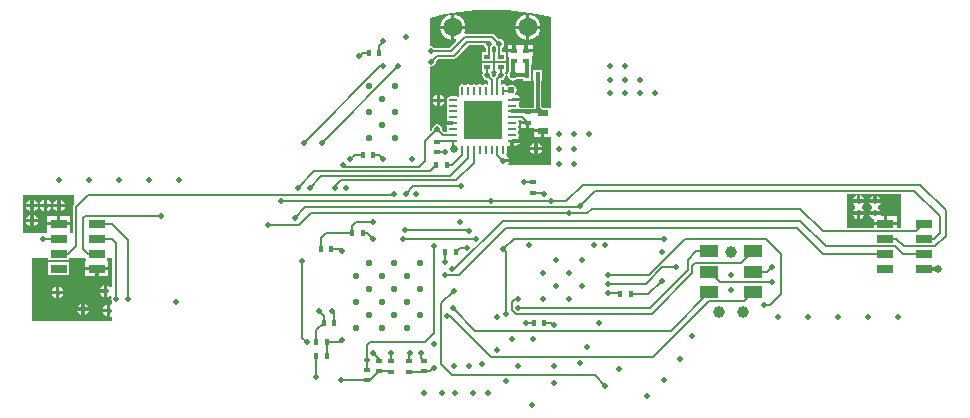
<source format=gbl>
G04 Layer_Physical_Order=4*
G04 Layer_Color=16711680*
%FSLAX24Y24*%
%MOIN*%
G70*
G01*
G75*
%ADD10R,0.0157X0.0236*%
%ADD14R,0.0354X0.0197*%
%ADD19R,0.0236X0.0157*%
%ADD41C,0.0080*%
%ADD42C,0.0120*%
%ADD46C,0.0630*%
%ADD47C,0.0390*%
%ADD48C,0.0200*%
%ADD49C,0.0217*%
%ADD50C,0.0197*%
%ADD51C,0.0260*%
%ADD52C,0.0240*%
%ADD53C,0.0315*%
%ADD54R,0.0579X0.0291*%
%ADD55O,0.0098X0.0315*%
%ADD56R,0.1299X0.1299*%
%ADD57O,0.0315X0.0098*%
%ADD58R,0.0630X0.0394*%
G36*
X-12650Y-1349D02*
X-12700Y-1364D01*
X-12706Y-1356D01*
X-12772Y-1312D01*
X-12790Y-1308D01*
Y-1500D01*
Y-1692D01*
X-12772Y-1688D01*
X-12716Y-1651D01*
X-12673Y-1660D01*
X-12660Y-1666D01*
X-12651Y-1688D01*
X-12663Y-1750D01*
X-12651Y-1812D01*
X-12650Y-1813D01*
Y-1921D01*
X-12690Y-1949D01*
Y-2150D01*
Y-2351D01*
X-12650Y-2379D01*
Y-2500D01*
X-15300D01*
Y-400D01*
X-14765D01*
Y-456D01*
X-14066D01*
Y-400D01*
X-13529D01*
X-13494Y-435D01*
Y-454D01*
X-13494Y-456D01*
X-13497Y-504D01*
X-13534D01*
Y-690D01*
X-12755D01*
Y-504D01*
X-12792D01*
X-12795Y-456D01*
X-12795Y-454D01*
Y-400D01*
X-12650D01*
Y-1349D01*
D02*
G37*
G36*
X515Y7861D02*
X1028Y7810D01*
X1537Y7726D01*
X2000Y7618D01*
Y4611D01*
X1957Y4594D01*
Y4594D01*
X1735D01*
X1670Y4659D01*
Y5512D01*
X1686D01*
Y5868D01*
X1408D01*
Y5512D01*
X1425D01*
Y4608D01*
X1424Y4608D01*
X950D01*
X919Y4658D01*
X924Y4682D01*
X915Y4725D01*
X912Y4730D01*
X920Y4771D01*
X952Y4819D01*
X704D01*
Y4939D01*
X952D01*
X920Y4987D01*
X871Y5020D01*
X833Y5027D01*
X813Y5074D01*
X813Y5081D01*
X840Y5120D01*
X854Y5190D01*
X840Y5260D01*
X800Y5320D01*
X740Y5360D01*
X670Y5374D01*
X600Y5360D01*
X561Y5334D01*
X553Y5332D01*
X505Y5342D01*
X498Y5346D01*
X488Y5361D01*
X452Y5385D01*
X409Y5394D01*
X366Y5385D01*
X364Y5384D01*
X314Y5411D01*
Y5522D01*
X320Y5527D01*
X382Y5539D01*
X435Y5575D01*
X471Y5628D01*
X483Y5690D01*
X471Y5752D01*
X456Y5774D01*
X483Y5824D01*
X498D01*
Y6102D01*
X142D01*
Y5824D01*
X157D01*
X184Y5774D01*
X169Y5752D01*
X157Y5690D01*
X160Y5674D01*
X140Y5654D01*
X131Y5641D01*
X124Y5637D01*
X77Y5632D01*
X71Y5634D01*
X30Y5674D01*
X33Y5690D01*
X21Y5752D01*
X6Y5774D01*
X33Y5824D01*
X48D01*
Y6102D01*
X-308D01*
Y5824D01*
X-293D01*
X-266Y5774D01*
X-281Y5752D01*
X-293Y5690D01*
X-281Y5628D01*
X-245Y5575D01*
X-192Y5539D01*
X-130Y5527D01*
X-126Y5528D01*
X-87Y5493D01*
Y5411D01*
X-137Y5384D01*
X-139Y5385D01*
X-182Y5394D01*
X-224Y5385D01*
X-246Y5371D01*
X-280Y5365D01*
X-314Y5371D01*
X-336Y5385D01*
X-378Y5394D01*
X-421Y5385D01*
X-443Y5371D01*
X-477Y5365D01*
X-511Y5371D01*
X-533Y5385D01*
X-575Y5394D01*
X-618Y5385D01*
X-640Y5371D01*
X-674Y5365D01*
X-708Y5371D01*
X-730Y5385D01*
X-772Y5394D01*
X-815Y5385D01*
X-837Y5371D01*
X-871Y5365D01*
X-905Y5371D01*
X-926Y5385D01*
X-969Y5394D01*
X-1012Y5385D01*
X-1048Y5361D01*
X-1072Y5325D01*
X-1080Y5283D01*
Y5066D01*
X-1072Y5023D01*
X-1061Y5007D01*
X-1097Y4971D01*
X-1113Y4982D01*
X-1156Y4990D01*
X-1373D01*
X-1415Y4982D01*
X-1451Y4958D01*
X-1475Y4922D01*
X-1484Y4879D01*
X-1475Y4836D01*
X-1461Y4815D01*
X-1455Y4781D01*
X-1461Y4747D01*
X-1475Y4725D01*
X-1484Y4682D01*
X-1475Y4640D01*
X-1461Y4618D01*
X-1455Y4584D01*
X-1461Y4550D01*
X-1475Y4528D01*
X-1484Y4485D01*
X-1475Y4443D01*
X-1461Y4421D01*
X-1455Y4387D01*
X-1461Y4353D01*
X-1475Y4331D01*
X-1484Y4288D01*
X-1475Y4246D01*
X-1472Y4241D01*
X-1480Y4199D01*
X-1512Y4152D01*
X-1264D01*
Y4032D01*
X-1512D01*
X-1480Y3984D01*
X-1472Y3943D01*
X-1475Y3937D01*
X-1484Y3895D01*
X-1475Y3852D01*
X-1474Y3850D01*
X-1501Y3800D01*
X-1556D01*
X-1640Y3884D01*
X-1637Y3900D01*
X-1649Y3962D01*
X-1685Y4015D01*
X-1738Y4051D01*
X-1800Y4063D01*
X-1862Y4051D01*
X-1915Y4015D01*
X-1951Y3962D01*
X-1963Y3900D01*
X-1960Y3884D01*
X-2004Y3840D01*
X-2050Y3860D01*
Y5957D01*
X-2011Y5989D01*
X-2000Y5987D01*
X-1938Y5999D01*
X-1885Y6035D01*
X-1849Y6088D01*
X-1837Y6150D01*
X-1840Y6166D01*
X-1758Y6248D01*
X-1245D01*
X-1206Y6256D01*
X-1173Y6278D01*
X-753Y6698D01*
X-235D01*
X-231Y6678D01*
X-195Y6625D01*
X-182Y6616D01*
Y6456D01*
X-308D01*
Y6178D01*
X48D01*
Y6456D01*
X22D01*
Y6616D01*
X35Y6625D01*
X69Y6675D01*
X90Y6678D01*
X100D01*
X121Y6675D01*
X155Y6625D01*
X168Y6616D01*
Y6456D01*
X142D01*
Y6178D01*
X498D01*
Y6456D01*
X372D01*
Y6616D01*
X385Y6625D01*
X421Y6678D01*
X433Y6740D01*
X421Y6802D01*
X385Y6855D01*
X332Y6891D01*
X270Y6903D01*
X245Y6898D01*
X92Y7052D01*
X58Y7074D01*
X19Y7082D01*
X-863D01*
X-880Y7098D01*
X-898Y7127D01*
X-876Y7182D01*
X-869Y7230D01*
X-1220D01*
Y6879D01*
X-1180Y6885D01*
X-1164Y6865D01*
X-1155Y6840D01*
X-1392Y6602D01*
X-1880D01*
X-1889Y6615D01*
X-1942Y6651D01*
X-2005Y6663D01*
X-2011Y6662D01*
X-2050Y6694D01*
Y7606D01*
X-2039Y7609D01*
X-1537Y7726D01*
X-1028Y7810D01*
X-515Y7861D01*
X0Y7877D01*
X515Y7861D01*
D02*
G37*
G36*
X-13900Y1394D02*
X-13922Y1372D01*
X-13944Y1339D01*
X-13952Y1300D01*
Y450D01*
X-14018D01*
X-14023Y456D01*
X-14026Y504D01*
X-14026D01*
Y690D01*
X-14805D01*
Y504D01*
X-14805D01*
X-14809Y456D01*
X-14814Y450D01*
X-15600D01*
Y1700D01*
X-13900D01*
Y1394D01*
D02*
G37*
G36*
X13650Y602D02*
X13534D01*
Y690D01*
X12755D01*
Y602D01*
X11850D01*
Y1748D01*
X12216D01*
X12216Y1748D01*
X12284D01*
X12284Y1748D01*
X12766D01*
X12766Y1748D01*
X12834D01*
X12834Y1748D01*
X13650D01*
Y602D01*
D02*
G37*
G36*
X1002Y4173D02*
X1220D01*
Y4113D01*
X1280D01*
Y3934D01*
X1438Y3934D01*
X1441Y3905D01*
X1720D01*
Y3845D01*
X1780D01*
Y3646D01*
X1997Y3646D01*
X2000Y3597D01*
Y2700D01*
X600D01*
X574Y2750D01*
X588Y2772D01*
X592Y2790D01*
X400D01*
Y2910D01*
X592D01*
X588Y2928D01*
X544Y2994D01*
X521Y3010D01*
X512Y3055D01*
X520Y3097D01*
Y3314D01*
X520Y3317D01*
X563Y3355D01*
X596Y3349D01*
X644D01*
Y3501D01*
X704D01*
Y3561D01*
X952D01*
X920Y3609D01*
X912Y3650D01*
X915Y3655D01*
X924Y3698D01*
X915Y3740D01*
X891Y3777D01*
Y3816D01*
X915Y3852D01*
X924Y3895D01*
X915Y3937D01*
X891Y3973D01*
Y4013D01*
X915Y4049D01*
X924Y4092D01*
X915Y4134D01*
X912Y4139D01*
X913Y4147D01*
X941Y4186D01*
X1002D01*
Y4173D01*
D02*
G37*
%LPC*%
G36*
X13534Y996D02*
X13204D01*
Y810D01*
X13534D01*
Y996D01*
D02*
G37*
G36*
X12190Y1040D02*
X12058D01*
X12062Y1022D01*
X12106Y956D01*
X12172Y912D01*
X12190Y908D01*
Y1040D01*
D02*
G37*
G36*
X12442D02*
X12310D01*
Y908D01*
X12328Y912D01*
X12394Y956D01*
X12438Y1022D01*
X12442Y1040D01*
D02*
G37*
G36*
X12997D02*
X12608D01*
X12612Y1022D01*
X12656Y956D01*
X12722Y912D01*
X12755Y905D01*
Y810D01*
X13084D01*
Y996D01*
X13026D01*
X12997Y1040D01*
D02*
G37*
G36*
X-14476Y996D02*
X-14805D01*
Y810D01*
X-14476D01*
Y996D01*
D02*
G37*
G36*
X-14026D02*
X-14356D01*
Y810D01*
X-14026D01*
Y996D01*
D02*
G37*
G36*
X-12810Y-2210D02*
X-12942D01*
X-12938Y-2228D01*
X-12894Y-2294D01*
X-12828Y-2338D01*
X-12810Y-2342D01*
Y-2210D01*
D02*
G37*
G36*
X-15360Y1042D02*
X-15378Y1038D01*
X-15444Y994D01*
X-15488Y928D01*
X-15492Y910D01*
X-15360D01*
Y1042D01*
D02*
G37*
G36*
X-14658Y1290D02*
X-14790D01*
Y1158D01*
X-14772Y1162D01*
X-14706Y1206D01*
X-14662Y1272D01*
X-14658Y1290D01*
D02*
G37*
G36*
X-14460D02*
X-14592D01*
X-14588Y1272D01*
X-14544Y1206D01*
X-14478Y1162D01*
X-14460Y1158D01*
Y1290D01*
D02*
G37*
G36*
X-14208D02*
X-14340D01*
Y1158D01*
X-14322Y1162D01*
X-14256Y1206D01*
X-14212Y1272D01*
X-14208Y1290D01*
D02*
G37*
G36*
X-14910D02*
X-15042D01*
X-15038Y1272D01*
X-14994Y1206D01*
X-14928Y1162D01*
X-14910Y1158D01*
Y1290D01*
D02*
G37*
G36*
X-15240Y1042D02*
Y910D01*
X-15108D01*
X-15112Y928D01*
X-15156Y994D01*
X-15222Y1038D01*
X-15240Y1042D01*
D02*
G37*
G36*
X-15360Y1290D02*
X-15492D01*
X-15488Y1272D01*
X-15444Y1206D01*
X-15378Y1162D01*
X-15360Y1158D01*
Y1290D01*
D02*
G37*
G36*
X-15108D02*
X-15240D01*
Y1158D01*
X-15222Y1162D01*
X-15156Y1206D01*
X-15112Y1272D01*
X-15108Y1290D01*
D02*
G37*
G36*
Y790D02*
X-15240D01*
Y658D01*
X-15222Y662D01*
X-15156Y706D01*
X-15112Y772D01*
X-15108Y790D01*
D02*
G37*
G36*
X-13660Y-1908D02*
X-13678Y-1912D01*
X-13744Y-1956D01*
X-13788Y-2022D01*
X-13792Y-2040D01*
X-13660D01*
Y-1908D01*
D02*
G37*
G36*
X-14510Y-1358D02*
X-14528Y-1362D01*
X-14594Y-1406D01*
X-14638Y-1472D01*
X-14642Y-1490D01*
X-14510D01*
Y-1358D01*
D02*
G37*
G36*
X-14390D02*
Y-1490D01*
X-14258D01*
X-14262Y-1472D01*
X-14306Y-1406D01*
X-14372Y-1362D01*
X-14390Y-1358D01*
D02*
G37*
G36*
X-12910Y-1560D02*
X-13042D01*
X-13038Y-1578D01*
X-12994Y-1644D01*
X-12928Y-1688D01*
X-12910Y-1692D01*
Y-1560D01*
D02*
G37*
G36*
X-13540Y-1908D02*
Y-2040D01*
X-13408D01*
X-13412Y-2022D01*
X-13456Y-1956D01*
X-13522Y-1912D01*
X-13540Y-1908D01*
D02*
G37*
G36*
X-14510Y-1610D02*
X-14642D01*
X-14638Y-1628D01*
X-14594Y-1694D01*
X-14528Y-1738D01*
X-14510Y-1742D01*
Y-1610D01*
D02*
G37*
G36*
X-14258D02*
X-14390D01*
Y-1742D01*
X-14372Y-1738D01*
X-14306Y-1694D01*
X-14262Y-1628D01*
X-14258Y-1610D01*
D02*
G37*
G36*
X-12910Y-1308D02*
X-12928Y-1312D01*
X-12994Y-1356D01*
X-13038Y-1422D01*
X-13042Y-1440D01*
X-12910D01*
Y-1308D01*
D02*
G37*
G36*
X-13408Y-2160D02*
X-13540D01*
Y-2292D01*
X-13522Y-2288D01*
X-13456Y-2244D01*
X-13412Y-2178D01*
X-13408Y-2160D01*
D02*
G37*
G36*
X-13660D02*
X-13792D01*
X-13788Y-2178D01*
X-13744Y-2244D01*
X-13678Y-2288D01*
X-13660Y-2292D01*
Y-2160D01*
D02*
G37*
G36*
X-15360Y790D02*
X-15492D01*
X-15488Y772D01*
X-15444Y706D01*
X-15378Y662D01*
X-15360Y658D01*
Y790D01*
D02*
G37*
G36*
X-12810Y-1958D02*
X-12828Y-1962D01*
X-12894Y-2006D01*
X-12938Y-2072D01*
X-12942Y-2090D01*
X-12810D01*
Y-1958D01*
D02*
G37*
G36*
X-13204Y-810D02*
X-13534D01*
Y-996D01*
X-13204D01*
Y-810D01*
D02*
G37*
G36*
X-12755D02*
X-13084D01*
Y-996D01*
X-12755D01*
Y-810D01*
D02*
G37*
G36*
X-14066Y-544D02*
X-14765D01*
Y-956D01*
X-14066D01*
Y-544D01*
D02*
G37*
G36*
X-1690Y5042D02*
Y4910D01*
X-1558D01*
X-1562Y4928D01*
X-1606Y4994D01*
X-1672Y5038D01*
X-1690Y5042D01*
D02*
G37*
G36*
X-1810D02*
X-1828Y5038D01*
X-1894Y4994D01*
X-1938Y4928D01*
X-1942Y4910D01*
X-1810D01*
Y5042D01*
D02*
G37*
G36*
X710Y6696D02*
X552D01*
Y6577D01*
X710D01*
Y6696D01*
D02*
G37*
G36*
X1110D02*
X830D01*
Y6517D01*
X770D01*
Y6457D01*
X552D01*
Y6338D01*
X560D01*
X592Y6302D01*
X592Y6288D01*
Y6024D01*
X598D01*
Y5825D01*
X590Y5820D01*
X550Y5760D01*
X536Y5690D01*
X550Y5620D01*
X590Y5560D01*
X650Y5520D01*
X720Y5506D01*
X790Y5520D01*
X850Y5560D01*
X855Y5568D01*
X1054D01*
Y5512D01*
X1332D01*
Y5868D01*
X1315D01*
Y6024D01*
X1348D01*
Y6288D01*
X1348Y6302D01*
X1380Y6338D01*
X1388D01*
Y6457D01*
X1170D01*
Y6517D01*
X1110D01*
Y6696D01*
D02*
G37*
G36*
X1160Y4053D02*
X1002D01*
Y3934D01*
X1160D01*
Y4053D01*
D02*
G37*
G36*
X1660Y3785D02*
X1443D01*
Y3646D01*
X1660D01*
Y3785D01*
D02*
G37*
G36*
X-1558Y4790D02*
X-1690D01*
Y4658D01*
X-1672Y4662D01*
X-1606Y4706D01*
X-1562Y4772D01*
X-1558Y4790D01*
D02*
G37*
G36*
X-1810D02*
X-1942D01*
X-1938Y4772D01*
X-1894Y4706D01*
X-1828Y4662D01*
X-1810Y4658D01*
Y4790D01*
D02*
G37*
G36*
X-1220Y7701D02*
Y7350D01*
X-869D01*
X-876Y7398D01*
X-918Y7499D01*
X-984Y7586D01*
X-1071Y7652D01*
X-1172Y7694D01*
X-1220Y7701D01*
D02*
G37*
G36*
X-1340D02*
X-1388Y7694D01*
X-1489Y7652D01*
X-1576Y7586D01*
X-1642Y7499D01*
X-1684Y7398D01*
X-1691Y7350D01*
X-1340D01*
Y7701D01*
D02*
G37*
G36*
X1280D02*
Y7350D01*
X1631D01*
X1624Y7398D01*
X1582Y7499D01*
X1516Y7586D01*
X1429Y7652D01*
X1328Y7694D01*
X1280Y7701D01*
D02*
G37*
G36*
X1160D02*
X1112Y7694D01*
X1011Y7652D01*
X924Y7586D01*
X858Y7499D01*
X816Y7398D01*
X809Y7350D01*
X1160D01*
Y7701D01*
D02*
G37*
G36*
X-1340Y7230D02*
X-1691D01*
X-1684Y7182D01*
X-1642Y7081D01*
X-1576Y6994D01*
X-1489Y6928D01*
X-1388Y6886D01*
X-1340Y6879D01*
Y7230D01*
D02*
G37*
G36*
X1388Y6696D02*
X1230D01*
Y6577D01*
X1388D01*
Y6696D01*
D02*
G37*
G36*
X1631Y7230D02*
X1280D01*
Y6879D01*
X1328Y6886D01*
X1429Y6928D01*
X1516Y6994D01*
X1582Y7081D01*
X1624Y7182D01*
X1631Y7230D01*
D02*
G37*
G36*
X1160D02*
X809D01*
X816Y7182D01*
X858Y7081D01*
X924Y6994D01*
X1011Y6928D01*
X1112Y6886D01*
X1160Y6879D01*
Y7230D01*
D02*
G37*
G36*
X952Y3441D02*
X764D01*
Y3349D01*
X813D01*
X871Y3360D01*
X920Y3393D01*
X952Y3441D01*
D02*
G37*
G36*
X-14790Y1542D02*
Y1410D01*
X-14658D01*
X-14662Y1428D01*
X-14706Y1494D01*
X-14772Y1538D01*
X-14790Y1542D01*
D02*
G37*
G36*
X-14910D02*
X-14928Y1538D01*
X-14994Y1494D01*
X-15038Y1428D01*
X-15042Y1410D01*
X-14910D01*
Y1542D01*
D02*
G37*
G36*
X-14340D02*
Y1410D01*
X-14208D01*
X-14212Y1428D01*
X-14256Y1494D01*
X-14322Y1538D01*
X-14340Y1542D01*
D02*
G37*
G36*
X-14460D02*
X-14478Y1538D01*
X-14544Y1494D01*
X-14588Y1428D01*
X-14592Y1410D01*
X-14460D01*
Y1542D01*
D02*
G37*
G36*
X12992Y1440D02*
X12608D01*
X12612Y1422D01*
X12656Y1356D01*
X12694Y1330D01*
Y1270D01*
X12656Y1244D01*
X12612Y1178D01*
X12608Y1160D01*
X12992D01*
X12988Y1178D01*
X12944Y1244D01*
X12906Y1270D01*
Y1330D01*
X12944Y1356D01*
X12988Y1422D01*
X12992Y1440D01*
D02*
G37*
G36*
X12442D02*
X12058D01*
X12062Y1422D01*
X12106Y1356D01*
X12144Y1330D01*
Y1270D01*
X12106Y1244D01*
X12062Y1178D01*
X12058Y1160D01*
X12442D01*
X12438Y1178D01*
X12394Y1244D01*
X12356Y1270D01*
Y1330D01*
X12394Y1356D01*
X12438Y1422D01*
X12442Y1440D01*
D02*
G37*
G36*
X-15240Y1542D02*
Y1410D01*
X-15108D01*
X-15112Y1428D01*
X-15156Y1494D01*
X-15222Y1538D01*
X-15240Y1542D01*
D02*
G37*
G36*
X-15360D02*
X-15378Y1538D01*
X-15444Y1494D01*
X-15488Y1428D01*
X-15492Y1410D01*
X-15360D01*
Y1542D01*
D02*
G37*
G36*
X1692Y3190D02*
X1560D01*
Y3058D01*
X1578Y3062D01*
X1644Y3106D01*
X1688Y3172D01*
X1692Y3190D01*
D02*
G37*
G36*
X1440D02*
X1308D01*
X1312Y3172D01*
X1356Y3106D01*
X1422Y3062D01*
X1440Y3058D01*
Y3190D01*
D02*
G37*
G36*
X1560Y3442D02*
Y3310D01*
X1692D01*
X1688Y3328D01*
X1644Y3394D01*
X1578Y3438D01*
X1560Y3442D01*
D02*
G37*
G36*
X1440D02*
X1422Y3438D01*
X1356Y3394D01*
X1312Y3328D01*
X1308Y3310D01*
X1440D01*
Y3442D01*
D02*
G37*
G36*
X12310Y1692D02*
Y1560D01*
X12442D01*
X12438Y1578D01*
X12394Y1644D01*
X12328Y1688D01*
X12310Y1692D01*
D02*
G37*
G36*
X12190D02*
X12172Y1688D01*
X12106Y1644D01*
X12062Y1578D01*
X12058Y1560D01*
X12190D01*
Y1692D01*
D02*
G37*
G36*
X12860D02*
Y1560D01*
X12992D01*
X12988Y1578D01*
X12944Y1644D01*
X12878Y1688D01*
X12860Y1692D01*
D02*
G37*
G36*
X12740D02*
X12722Y1688D01*
X12656Y1644D01*
X12612Y1578D01*
X12608Y1560D01*
X12740D01*
Y1692D01*
D02*
G37*
%LPD*%
D10*
X-1527Y-200D02*
D03*
X-1173D02*
D03*
X-4273Y450D02*
D03*
X-4627D02*
D03*
X-4277Y3050D02*
D03*
X-3923D02*
D03*
X-4077Y6450D02*
D03*
X-3723D02*
D03*
X1547Y5690D02*
D03*
X1193D02*
D03*
X-1473Y2700D02*
D03*
X-1827D02*
D03*
X4293Y-1610D02*
D03*
X4647D02*
D03*
X1777Y-2550D02*
D03*
X1423D02*
D03*
X-5223D02*
D03*
X-5577D02*
D03*
X-5473Y-3200D02*
D03*
X-5827D02*
D03*
Y-3650D02*
D03*
X-5473D02*
D03*
X-5323Y-100D02*
D03*
X-5677D02*
D03*
D14*
X1720Y4435D02*
D03*
Y3845D02*
D03*
D19*
X770Y6517D02*
D03*
Y6163D02*
D03*
X320Y6317D02*
D03*
Y5963D02*
D03*
X-130Y6317D02*
D03*
Y5963D02*
D03*
X1170Y6163D02*
D03*
Y6517D02*
D03*
X1220Y4467D02*
D03*
Y4113D02*
D03*
X-1800Y3477D02*
D03*
Y3123D02*
D03*
X1400Y2127D02*
D03*
Y1773D02*
D03*
X-4150Y-4123D02*
D03*
Y-4477D02*
D03*
X-3750Y-3823D02*
D03*
Y-4177D02*
D03*
X-3327Y-3829D02*
D03*
Y-4184D02*
D03*
X-2727Y-3829D02*
D03*
Y-4184D02*
D03*
X-2250Y-3823D02*
D03*
Y-4177D02*
D03*
D41*
X9100Y-1950D02*
X9300D01*
X9650Y-1600D01*
Y-250D01*
X9150Y250D02*
X9650Y-250D01*
X6450Y250D02*
X9150D01*
X5250Y-950D02*
X6450Y250D01*
X3900Y-950D02*
X5250D01*
X5700Y-700D02*
X6150D01*
X5150Y-1250D02*
X5700Y-700D01*
X3900Y-1250D02*
X5150D01*
X-13600Y950D02*
X-13550Y1000D01*
X-11000D01*
X-2027Y-4177D02*
X-1900Y-4050D01*
X-2250Y-4177D02*
X-2027D01*
X-5650Y3450D02*
X-3100Y6000D01*
X-6250Y3450D02*
X-6244D01*
X-3694Y6000D01*
X-3600D01*
X-7000Y1500D02*
X0D01*
X2000D01*
X13144Y250D02*
X13500D01*
X13750Y0D01*
X14800D01*
X15150Y350D01*
Y1200D01*
X2000Y1500D02*
X2500D01*
X3050Y2050D01*
X14300D01*
X15150Y1200D01*
X-13850Y1300D02*
X-13450Y1700D01*
X-13850Y0D02*
Y1300D01*
X-13450Y1700D02*
X-3300D01*
X400Y-100D02*
X750Y250D01*
X-1159Y2200D02*
X-575Y2784D01*
Y3206D01*
X212Y3038D02*
X400Y2850D01*
X212Y3038D02*
Y3206D01*
X1044Y4288D02*
X1220Y4113D01*
X704Y4288D02*
X1044D01*
X5240Y-1610D02*
X5700Y-1150D01*
X4647Y-1610D02*
X5240D01*
X-5500Y450D02*
X-4627D01*
X-5677Y273D02*
X-5500Y450D01*
X-5677Y-100D02*
Y273D01*
X-1900Y-2900D02*
Y0D01*
X-2200Y-3200D02*
X-1900Y-2900D01*
X-4050Y-3200D02*
X-2200D01*
X-4150Y-3300D02*
X-4050Y-3200D01*
X-4150Y-3800D02*
Y-3300D01*
X14166Y500D02*
X14416Y750D01*
Y250D02*
X14750D01*
X14950Y450D01*
Y1000D01*
X13721Y-250D02*
X14416D01*
X13475Y-4D02*
X13721Y-250D01*
X11154Y-4D02*
X13475D01*
X10300Y850D02*
X11154Y-4D01*
X11050Y-250D02*
X13144D01*
X10200Y600D02*
X11050Y-250D01*
X3200Y1100D02*
X3350Y1250D01*
X2606Y1100D02*
X3200D01*
X750Y250D02*
X5750D01*
X800Y-1750D02*
X900D01*
X700Y-1850D02*
X800Y-1750D01*
X700Y-2133D02*
Y-1850D01*
Y-2133D02*
X817Y-2250D01*
X900Y-2050D02*
X5300D01*
X-1660Y-1910D02*
X-1250Y-1500D01*
X400Y-100D02*
X500Y-200D01*
Y-2250D02*
Y-200D01*
X-14100Y-250D02*
X-13850Y0D01*
X-13600Y-100D02*
Y950D01*
Y-100D02*
X-13450Y-250D01*
X-14416D02*
X-14100D01*
X-13450D02*
X-13144D01*
X-12650Y750D02*
X-12100Y200D01*
Y-1750D02*
Y200D01*
X-12650Y250D02*
X-12500Y100D01*
Y-1750D02*
Y100D01*
X-13144Y250D02*
X-12650D01*
X-13144Y750D02*
X-12650D01*
X-14950Y250D02*
X-14416D01*
X-6300Y-3050D02*
X-6150Y-3200D01*
X-6300Y-3050D02*
Y-500D01*
X-6200Y1300D02*
X2900D01*
X-6550Y950D02*
X-6200Y1300D01*
X-6000Y1100D02*
X2606D01*
X-6400Y700D02*
X-6000Y1100D01*
X-7450Y700D02*
X-6400D01*
X-4950Y2650D02*
X-2400D01*
X-6450Y1950D02*
X-5900Y2500D01*
X-2027D01*
X-6050Y1950D02*
X-5660Y2340D01*
X-5200Y1950D02*
Y2000D01*
X-5000Y2200D01*
X-772Y2928D02*
Y3206D01*
X-1360Y2340D02*
X-772Y2928D01*
X-5660Y2340D02*
X-1360D01*
X-5000Y2200D02*
X-1159D01*
X-2400Y2650D02*
X-2200Y2850D01*
Y3500D01*
X-1800Y3900D01*
X-2027Y2500D02*
X-1827Y2700D01*
X-1473D02*
X-1297D01*
X-2600Y2000D02*
X-1000D01*
X-1773Y3150D02*
X-1550D01*
X-1800Y3123D02*
X-1773Y3150D01*
X-1776Y3501D02*
X-1264D01*
X-1800Y3477D02*
X-1776Y3501D01*
X-1264Y3264D02*
X-1250Y3250D01*
X-1264Y3264D02*
Y3501D01*
X-1800Y3900D02*
X-1598Y3698D01*
X-1264D01*
X-3300Y1700D02*
X-3250Y1750D01*
X-2850D02*
X-2600Y2000D01*
X383Y850D02*
X10300D01*
X500Y600D02*
X10200D01*
X-1060Y-960D02*
X500Y600D01*
X-1525Y-960D02*
X-1060D01*
X-1528Y-958D02*
X-1525Y-960D01*
X-1227Y-760D02*
X383Y850D01*
X-1310Y-760D02*
X-1227D01*
X-1023Y-50D02*
X-800D01*
X-1173Y-200D02*
X-1023Y-50D01*
X-1532Y-205D02*
X-1527Y-200D01*
X-1532Y-540D02*
Y-205D01*
X-2944Y244D02*
X-2939Y250D01*
X-500D01*
X1727Y1773D02*
X1750Y1750D01*
X1400Y1773D02*
X1727D01*
X1392Y2135D02*
X1400Y2127D01*
X1113Y2135D02*
X1392D01*
X-2257Y-4184D02*
X-2250Y-4177D01*
X-2727Y-4184D02*
X-2257D01*
X-3333Y-4177D02*
X-3327Y-4184D01*
X-3750Y-4177D02*
X-3333D01*
X-4150Y-4477D02*
X-4050D01*
X-3750Y-4177D01*
X-5000Y-4450D02*
X-4973Y-4477D01*
X-4150D01*
X-3750Y-3823D02*
Y-3750D01*
X-3950Y-3550D02*
X-3750Y-3750D01*
X-4150Y-4123D02*
Y-3800D01*
X-2350Y-3723D02*
X-2250Y-3823D01*
X-2350Y-3723D02*
Y-3550D01*
X-2727Y-3829D02*
Y-3577D01*
X-2700Y-3550D01*
X-3335Y-3821D02*
X-3327Y-3829D01*
X-3335Y-3821D02*
Y-3550D01*
X-770Y520D02*
X-750Y500D01*
X-2860Y520D02*
X-770D01*
X-4500Y800D02*
X-3930D01*
X-4627Y673D02*
X-4500Y800D01*
X-4627Y450D02*
Y673D01*
X-4137Y450D02*
X-3929Y241D01*
X-4273Y450D02*
X-4137D01*
X-5040Y-100D02*
X-4982Y-158D01*
X-5323Y-100D02*
X-5040D01*
X-140Y6800D02*
X-80Y6740D01*
X-795Y6800D02*
X-140D01*
X-1245Y6350D02*
X-795Y6800D01*
X-870Y6980D02*
X19D01*
X-1800Y6350D02*
X-1245D01*
X-2000Y6150D02*
X-1800Y6350D01*
X-2005Y6500D02*
X-1350D01*
X-870Y6980D01*
X270Y6367D02*
Y6740D01*
X19Y6980D02*
X259Y6740D01*
X270Y6367D02*
X320Y6317D01*
X-80Y6367D02*
Y6740D01*
X-130Y6317D02*
X-80Y6367D01*
X-5310Y-2160D02*
X-5223Y-2247D01*
Y-2550D02*
Y-2247D01*
X-5473Y-3650D02*
Y-3200D01*
X-5044D01*
X-4982Y-3138D01*
X320Y5690D02*
Y5963D01*
X-130Y5690D02*
Y5963D01*
X212Y5582D02*
X320Y5690D01*
X212Y5174D02*
Y5582D01*
X-130Y5690D02*
X15Y5545D01*
Y5174D02*
Y5545D01*
X409Y5174D02*
X654D01*
X670Y5190D01*
X-969Y3028D02*
Y3206D01*
X-1297Y2700D02*
X-969Y3028D01*
X-3750Y3050D02*
X-3600Y2900D01*
X-3923Y3050D02*
X-3750D01*
X-4550D02*
X-4277D01*
X-4700Y2900D02*
X-4550Y3050D01*
X-4390Y6320D02*
X-4260Y6450D01*
X-4077D01*
X-3723D02*
Y6677D01*
X-3600Y6800D01*
Y6850D01*
X-5827Y-4327D02*
Y-3650D01*
X-5850Y-4350D02*
X-5827Y-4327D01*
X-5577Y-2550D02*
Y-2323D01*
X-5750Y-2150D02*
X-5577Y-2323D01*
X-5827Y-2800D02*
X-5577Y-2550D01*
X-5827Y-3200D02*
Y-2800D01*
X1777Y-2550D02*
X2010D01*
X2090Y-2630D01*
X1150Y-2550D02*
X1423D01*
X-1460Y-2331D02*
X-1369D01*
X-1280Y-2080D02*
X-530Y-2830D01*
X5300Y-2050D02*
X6550Y-800D01*
Y-450D01*
X6839Y-161D01*
X7272D01*
X5350Y-2250D02*
X6690Y-910D01*
Y-660D01*
X817Y-2250D02*
X5350D01*
X9200Y-850D02*
X9350Y-700D01*
X8728Y-850D02*
X9200D01*
X-530Y-2830D02*
X5981D01*
X7272Y-1539D01*
X7272Y-850D02*
X7622Y-1200D01*
X9350D01*
X-1369Y-2331D02*
X0Y-3700D01*
X5400D01*
X-1660Y-3940D02*
Y-1910D01*
Y-3940D02*
X-1300Y-4300D01*
X3450D01*
X3800Y-4650D01*
X3350Y1250D02*
X10300D01*
X11050Y500D01*
X14166D01*
X2950Y1350D02*
X3450Y1850D01*
X14100D01*
X14950Y1000D01*
X3900Y-1550D02*
X4233D01*
X4293Y-1610D01*
X5400Y-3700D02*
X7264Y-1836D01*
X8432D01*
X8728Y-1539D01*
X6690Y-660D02*
X6800Y-550D01*
X8339D01*
X8728Y-161D01*
D42*
X1170Y6163D02*
X1193Y6140D01*
Y5690D02*
Y6140D01*
X720Y6113D02*
X770Y6163D01*
X720Y5690D02*
Y6113D01*
Y5690D02*
X1193D01*
X704Y4485D02*
X1670D01*
X1720Y4435D01*
X1547Y4608D02*
X1670Y4485D01*
X1547Y4608D02*
Y5690D01*
X14416Y-750D02*
X14900D01*
D46*
X-1280Y7290D02*
D03*
X1220D02*
D03*
D47*
X7600Y-2200D02*
D03*
X8400D02*
D03*
X8000Y-200D02*
D03*
D48*
X-1750Y4850D02*
D03*
X1500Y3250D02*
D03*
X9100Y-1950D02*
D03*
X6150Y-700D02*
D03*
X3900Y-1250D02*
D03*
Y-950D02*
D03*
X-11000Y1000D02*
D03*
X5450Y5100D02*
D03*
X4950D02*
D03*
X4450D02*
D03*
X3950D02*
D03*
X4950Y5550D02*
D03*
X4450D02*
D03*
X3950D02*
D03*
X4450Y6000D02*
D03*
X3950D02*
D03*
X-5650Y3450D02*
D03*
X-6250D02*
D03*
X-3100Y6000D02*
D03*
X-3600D02*
D03*
X-7000Y1500D02*
D03*
X0D02*
D03*
X2000D02*
D03*
X1250Y50D02*
D03*
X-12850Y-1500D02*
D03*
X-14450Y-1550D02*
D03*
X13550Y-2350D02*
D03*
X12550D02*
D03*
X11550D02*
D03*
X10550D02*
D03*
X9550D02*
D03*
X3600Y-2550D02*
D03*
X-10500Y-1850D02*
D03*
X-12750Y-2150D02*
D03*
X-13600Y-2100D02*
D03*
X-10400Y2200D02*
D03*
X-11400D02*
D03*
X-12400D02*
D03*
X-13400D02*
D03*
X-14400D02*
D03*
X-1900Y0D02*
D03*
X-15300Y850D02*
D03*
X-14400Y1350D02*
D03*
X-14850D02*
D03*
X-15300D02*
D03*
X3800Y50D02*
D03*
X-1250Y-1500D02*
D03*
X5750Y250D02*
D03*
X400Y-100D02*
D03*
X500Y-2250D02*
D03*
X-12100Y-1750D02*
D03*
X-12500D02*
D03*
X-14950Y250D02*
D03*
X-6150Y-3200D02*
D03*
X-6300Y-500D02*
D03*
X-6550Y950D02*
D03*
X-7450Y700D02*
D03*
X-4950Y2700D02*
D03*
X-6450Y1950D02*
D03*
X-6050D02*
D03*
X-5200D02*
D03*
X-1000Y2000D02*
D03*
X-2650Y2900D02*
D03*
X-3600D02*
D03*
X-1550Y3150D02*
D03*
X-1800Y3900D02*
D03*
X-4850Y1950D02*
D03*
X-2850Y1750D02*
D03*
X-3250D02*
D03*
X400Y2850D02*
D03*
X-800Y-50D02*
D03*
X-500Y250D02*
D03*
X1750Y1750D02*
D03*
X1113Y2135D02*
D03*
X200Y-2350D02*
D03*
X3200Y-3350D02*
D03*
X-5000Y-4450D02*
D03*
X-4150Y-3800D02*
D03*
X-3950Y-3550D02*
D03*
X-2350D02*
D03*
X-2700D02*
D03*
X-3335D02*
D03*
X-1900Y-3250D02*
D03*
X-1050Y800D02*
D03*
X-2500Y1750D02*
D03*
X-2823Y6977D02*
D03*
X-750Y500D02*
D03*
X3900Y-1550D02*
D03*
X5700Y-1150D02*
D03*
Y-200D02*
D03*
X3432Y32D02*
D03*
X2606Y1100D02*
D03*
X2950Y1350D02*
D03*
X-3930Y800D02*
D03*
X-2000Y6150D02*
D03*
X-2005Y6500D02*
D03*
X270Y6740D02*
D03*
X-80D02*
D03*
X-4982Y-3138D02*
D03*
X-5310Y-2160D02*
D03*
X-4982Y-158D02*
D03*
X-2860Y520D02*
D03*
X-2944Y244D02*
D03*
X-3929Y241D02*
D03*
X-4390Y6320D02*
D03*
X-1532Y-540D02*
D03*
X-1310Y-760D02*
D03*
X-1528Y-958D02*
D03*
X-1280Y-2080D02*
D03*
X-1460Y-2331D02*
D03*
X900Y-2050D02*
D03*
Y-1750D02*
D03*
X320Y5690D02*
D03*
X-130D02*
D03*
X2090Y-2630D02*
D03*
X-4700Y2900D02*
D03*
X-3600Y6850D02*
D03*
X-5850Y-4350D02*
D03*
X-5750Y-2150D02*
D03*
X2250Y3750D02*
D03*
X2750D02*
D03*
X3250D02*
D03*
X2250Y3250D02*
D03*
X2750D02*
D03*
X2250Y2750D02*
D03*
X2750D02*
D03*
X1150Y-2550D02*
D03*
X-2250Y-4900D02*
D03*
X-1650D02*
D03*
X-1200D02*
D03*
X-600D02*
D03*
X-100D02*
D03*
X-1250Y-4000D02*
D03*
X-1900Y-4050D02*
D03*
X-750Y-4000D02*
D03*
X-290Y-3940D02*
D03*
X900Y-4000D02*
D03*
X200Y-3450D02*
D03*
X500Y-4500D02*
D03*
X1400Y-3100D02*
D03*
X700D02*
D03*
X1350Y-5300D02*
D03*
X9350Y-700D02*
D03*
Y-1200D02*
D03*
X8000Y-950D02*
D03*
X4250Y-4100D02*
D03*
X3800Y-4650D02*
D03*
X2100Y-4550D02*
D03*
Y-4000D02*
D03*
X2950Y-3900D02*
D03*
X8000Y-1450D02*
D03*
X12250Y1500D02*
D03*
X12800D02*
D03*
X12250Y1100D02*
D03*
X12800D02*
D03*
X5200Y-5000D02*
D03*
X5750Y-4450D02*
D03*
X6300Y-3750D02*
D03*
X6700Y-3000D02*
D03*
D49*
X-3640Y4893D02*
D03*
X-4073Y5326D02*
D03*
X-3207D02*
D03*
X-4073Y4460D02*
D03*
X-3207D02*
D03*
X-3640Y4027D02*
D03*
X-4073Y3594D02*
D03*
X-3207D02*
D03*
X-4519Y-2729D02*
D03*
Y-1863D02*
D03*
Y-997D02*
D03*
X-4086Y-2296D02*
D03*
Y-1430D02*
D03*
Y-564D02*
D03*
X-3653Y-2729D02*
D03*
Y-1863D02*
D03*
Y-997D02*
D03*
X-3220Y-2296D02*
D03*
Y-1430D02*
D03*
Y-564D02*
D03*
X-2787Y-2729D02*
D03*
Y-1863D02*
D03*
Y-997D02*
D03*
X-2354Y-2296D02*
D03*
Y-1430D02*
D03*
Y-564D02*
D03*
D50*
X1720Y-1760D02*
D03*
Y-893D02*
D03*
X2153Y-1327D02*
D03*
Y-460D02*
D03*
X2587Y-1760D02*
D03*
Y-893D02*
D03*
X3020Y-1327D02*
D03*
Y-460D02*
D03*
D51*
X-1250Y3250D02*
D03*
X14900Y-750D02*
D03*
D52*
X720Y5690D02*
D03*
X670Y5190D02*
D03*
D53*
X-280Y4190D02*
D03*
D54*
X14416Y-750D02*
D03*
Y-250D02*
D03*
Y250D02*
D03*
Y750D02*
D03*
X13144D02*
D03*
Y250D02*
D03*
Y-250D02*
D03*
Y-750D02*
D03*
X-13144D02*
D03*
Y-250D02*
D03*
Y250D02*
D03*
Y750D02*
D03*
X-14416D02*
D03*
Y250D02*
D03*
Y-250D02*
D03*
Y-750D02*
D03*
D55*
X15Y5174D02*
D03*
X212D02*
D03*
X-969Y3206D02*
D03*
X-772D02*
D03*
X-575D02*
D03*
X-378D02*
D03*
X-182D02*
D03*
X15D02*
D03*
X212D02*
D03*
X409D02*
D03*
Y5174D02*
D03*
X-182D02*
D03*
X-378D02*
D03*
X-575D02*
D03*
X-772D02*
D03*
X-969D02*
D03*
D56*
X-280Y4190D02*
D03*
D57*
X704Y3501D02*
D03*
Y3698D02*
D03*
Y3895D02*
D03*
Y4092D02*
D03*
Y4288D02*
D03*
Y4485D02*
D03*
Y4682D02*
D03*
Y4879D02*
D03*
X-1264D02*
D03*
Y4682D02*
D03*
Y4485D02*
D03*
Y4288D02*
D03*
Y4092D02*
D03*
Y3895D02*
D03*
Y3698D02*
D03*
Y3501D02*
D03*
D58*
X8728Y-1539D02*
D03*
X8728Y-850D02*
D03*
Y-161D02*
D03*
X7272D02*
D03*
X7272Y-850D02*
D03*
X7272Y-1539D02*
D03*
M02*

</source>
